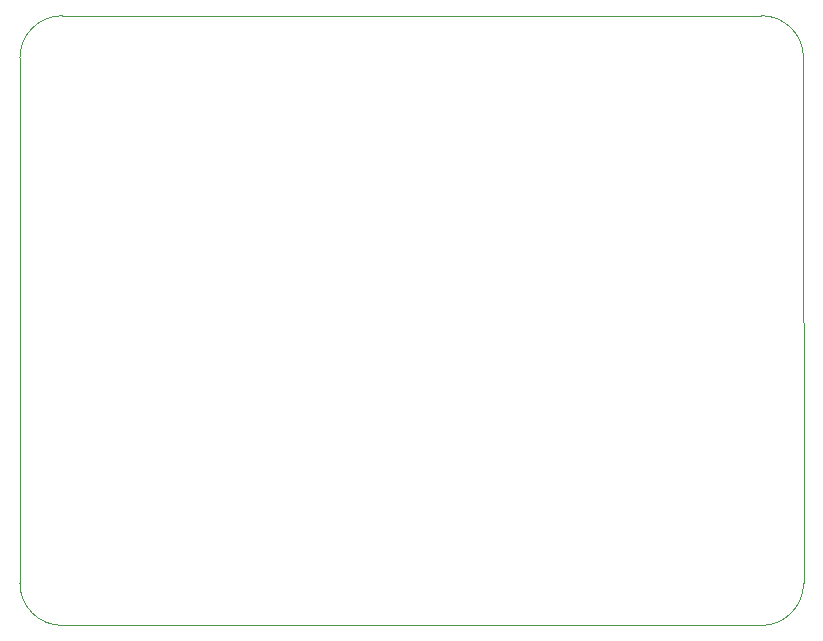
<source format=gbr>
%TF.GenerationSoftware,KiCad,Pcbnew,5.1.8-5.1.8*%
%TF.CreationDate,2021-05-07T16:54:23+02:00*%
%TF.ProjectId,modelMterminalAdapter,6d6f6465-6c4d-4746-9572-6d696e616c41,rev?*%
%TF.SameCoordinates,Original*%
%TF.FileFunction,Profile,NP*%
%FSLAX46Y46*%
G04 Gerber Fmt 4.6, Leading zero omitted, Abs format (unit mm)*
G04 Created by KiCad (PCBNEW 5.1.8-5.1.8) date 2021-05-07 16:54:23*
%MOMM*%
%LPD*%
G01*
G04 APERTURE LIST*
%TA.AperFunction,Profile*%
%ADD10C,0.050000*%
%TD*%
G04 APERTURE END LIST*
D10*
X122270000Y-101310000D02*
X122264000Y-56836000D01*
X59510000Y-104900000D02*
X118700000Y-104900000D01*
X118700000Y-104900000D02*
G75*
G03*
X122270000Y-101310000I-10000J3580000D01*
G01*
X55920000Y-101330000D02*
X55920000Y-56850000D01*
X55920000Y-101330000D02*
G75*
G03*
X59510000Y-104900000I3580000J10000D01*
G01*
X59500000Y-53270000D02*
X118690000Y-53270000D01*
X122264000Y-56836000D02*
G75*
G03*
X118690000Y-53270000I-3570000J-4000D01*
G01*
X59500000Y-53270000D02*
G75*
G03*
X55920000Y-56850000I0J-3580000D01*
G01*
M02*

</source>
